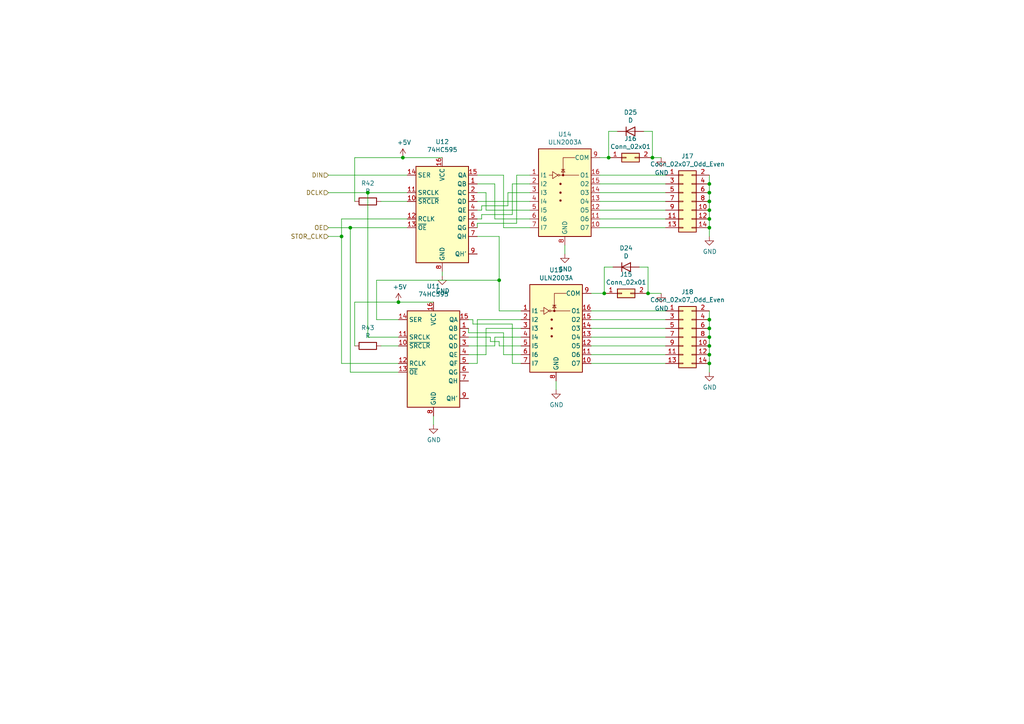
<source format=kicad_sch>
(kicad_sch (version 20230121) (generator eeschema)
  (paper "A4")
  (lib_symbols
    (symbol "74xx:74HC595"
      (property "Reference" "U" (at -7.62 13.97 0))
      (property "Value" "74HC595" (at -7.62 -16.51 0))
      (symbol "74HC595_1_0"
        (pin tri_state line (at 10.16 7.62 180) (length 2.54) (name "QB") (number "1"))
        (pin input line (at -10.16 2.54 0) (length 2.54) (name "~{SRCLR}") (number "10"))
        (pin input line (at -10.16 5.08 0) (length 2.54) (name "SRCLK") (number "11"))
        (pin input line (at -10.16 -2.54 0) (length 2.54) (name "RCLK") (number "12"))
        (pin input line (at -10.16 -5.08 0) (length 2.54) (name "~{OE}") (number "13"))
        (pin input line (at -10.16 10.16 0) (length 2.54) (name "SER") (number "14"))
        (pin tri_state line (at 10.16 10.16 180) (length 2.54) (name "QA") (number "15"))
        (pin power_in line (at 0 15.24 270) (length 2.54) (name "VCC") (number "16"))
        (pin tri_state line (at 10.16 5.08 180) (length 2.54) (name "QC") (number "2"))
        (pin tri_state line (at 10.16 2.54 180) (length 2.54) (name "QD") (number "3"))
        (pin tri_state line (at 10.16 0 180) (length 2.54) (name "QE") (number "4"))
        (pin tri_state line (at 10.16 -2.54 180) (length 2.54) (name "QF") (number "5"))
        (pin tri_state line (at 10.16 -5.08 180) (length 2.54) (name "QG") (number "6"))
        (pin tri_state line (at 10.16 -7.62 180) (length 2.54) (name "QH") (number "7"))
        (pin power_in line (at 0 -17.78 90) (length 2.54) (name "GND") (number "8"))
        (pin output line (at 10.16 -12.7 180) (length 2.54) (name "QH'") (number "9"))
      )
      (symbol "74HC595_1_1"
        (rectangle (start -7.62 12.7) (end 7.62 -15.24) (stroke (width 0.254)) (fill (type background)))
      )
    )
    (symbol "Connector_Generic:Conn_02x01" (pin_names (offset 1.016) hide)
      (property "Reference" "J" (at 1.27 2.54 0))
      (property "Value" "Conn_02x01" (at 1.27 -2.54 0))
      (symbol "Conn_02x01_1_1"
        (rectangle (start -1.27 0.127) (end 0 -0.127) (stroke (width 0.1524)))
        (rectangle (start -1.27 1.27) (end 3.81 -1.27) (stroke (width 0.254)) (fill (type background)))
        (rectangle (start 3.81 0.127) (end 2.54 -0.127) (stroke (width 0.1524)))
        (pin passive line (at -5.08 0 0) (length 3.81) (name "Pin_1") (number "1"))
        (pin passive line (at 7.62 0 180) (length 3.81) (name "Pin_2") (number "2"))
      )
    )
    (symbol "Connector_Generic:Conn_02x07_Odd_Even" (pin_names (offset 1.016) hide)
      (property "Reference" "J" (at 1.27 10.16 0))
      (property "Value" "Conn_02x07_Odd_Even" (at 1.27 -10.16 0))
      (symbol "Conn_02x07_Odd_Even_1_1"
        (rectangle (start -1.27 -7.493) (end 0 -7.747) (stroke (width 0.1524)))
        (rectangle (start -1.27 -4.953) (end 0 -5.207) (stroke (width 0.1524)))
        (rectangle (start -1.27 -2.413) (end 0 -2.667) (stroke (width 0.1524)))
        (rectangle (start -1.27 0.127) (end 0 -0.127) (stroke (width 0.1524)))
        (rectangle (start -1.27 2.667) (end 0 2.413) (stroke (width 0.1524)))
        (rectangle (start -1.27 5.207) (end 0 4.953) (stroke (width 0.1524)))
        (rectangle (start -1.27 7.747) (end 0 7.493) (stroke (width 0.1524)))
        (rectangle (start -1.27 8.89) (end 3.81 -8.89) (stroke (width 0.254)) (fill (type background)))
        (rectangle (start 3.81 -7.493) (end 2.54 -7.747) (stroke (width 0.1524)))
        (rectangle (start 3.81 -4.953) (end 2.54 -5.207) (stroke (width 0.1524)))
        (rectangle (start 3.81 -2.413) (end 2.54 -2.667) (stroke (width 0.1524)))
        (rectangle (start 3.81 0.127) (end 2.54 -0.127) (stroke (width 0.1524)))
        (rectangle (start 3.81 2.667) (end 2.54 2.413) (stroke (width 0.1524)))
        (rectangle (start 3.81 5.207) (end 2.54 4.953) (stroke (width 0.1524)))
        (rectangle (start 3.81 7.747) (end 2.54 7.493) (stroke (width 0.1524)))
        (pin passive line (at -5.08 7.62 0) (length 3.81) (name "Pin_1") (number "1"))
        (pin passive line (at 7.62 -2.54 180) (length 3.81) (name "Pin_10") (number "10"))
        (pin passive line (at -5.08 -5.08 0) (length 3.81) (name "Pin_11") (number "11"))
        (pin passive line (at 7.62 -5.08 180) (length 3.81) (name "Pin_12") (number "12"))
        (pin passive line (at -5.08 -7.62 0) (length 3.81) (name "Pin_13") (number "13"))
        (pin passive line (at 7.62 -7.62 180) (length 3.81) (name "Pin_14") (number "14"))
        (pin passive line (at 7.62 7.62 180) (length 3.81) (name "Pin_2") (number "2"))
        (pin passive line (at -5.08 5.08 0) (length 3.81) (name "Pin_3") (number "3"))
        (pin passive line (at 7.62 5.08 180) (length 3.81) (name "Pin_4") (number "4"))
        (pin passive line (at -5.08 2.54 0) (length 3.81) (name "Pin_5") (number "5"))
        (pin passive line (at 7.62 2.54 180) (length 3.81) (name "Pin_6") (number "6"))
        (pin passive line (at -5.08 0 0) (length 3.81) (name "Pin_7") (number "7"))
        (pin passive line (at 7.62 0 180) (length 3.81) (name "Pin_8") (number "8"))
        (pin passive line (at -5.08 -2.54 0) (length 3.81) (name "Pin_9") (number "9"))
      )
    )
    (symbol "Device:D" (pin_numbers hide) (pin_names (offset 1.016) hide)
      (property "Reference" "D" (at 0 2.54 0))
      (property "Value" "D" (at 0 -2.54 0))
      (symbol "D_0_1"
        (polyline (pts (xy -1.27 1.27) (xy -1.27 -1.27)) (stroke (width 0.254)))
        (polyline (pts (xy 1.27 0) (xy -1.27 0)))
        (polyline (pts (xy 1.27 1.27) (xy 1.27 -1.27) (xy -1.27 0) (xy 1.27 1.27)) (stroke (width 0.254)))
      )
      (symbol "D_1_1"
        (pin passive line (at -3.81 0 0) (length 2.54) (name "K") (number "1"))
        (pin passive line (at 3.81 0 180) (length 2.54) (name "A") (number "2"))
      )
    )
    (symbol "Device:R" (pin_numbers hide) (pin_names (offset 0))
      (property "Reference" "R" (at 2.032 0 90))
      (property "Value" "R" (at 0 0 90))
      (symbol "R_0_1"
        (rectangle (start -1.016 -2.54) (end 1.016 2.54) (stroke (width 0.254)))
      )
      (symbol "R_1_1"
        (pin passive line (at 0 3.81 270) (length 1.27) (name "~") (number "1"))
        (pin passive line (at 0 -3.81 90) (length 1.27) (name "~") (number "2"))
      )
    )
    (symbol "Transistor_Array:ULN2003A"
      (property "Reference" "U" (at 0 15.875 0))
      (property "Value" "ULN2003A" (at 0 13.97 0))
      (symbol "ULN2003A_0_1"
        (rectangle (start -7.62 -12.7) (end 7.62 12.7) (stroke (width 0.254)) (fill (type background)))
        (circle (center -1.778 5.08) (radius 0.254))
        (circle (center -1.27 -2.286) (radius 0.254) (fill (type outline)))
        (circle (center -1.27 0) (radius 0.254) (fill (type outline)))
        (circle (center -1.27 2.54) (radius 0.254) (fill (type outline)))
        (circle (center -0.508 5.08) (radius 0.254) (fill (type outline)))
        (polyline (pts (xy -4.572 5.08) (xy -3.556 5.08)))
        (polyline (pts (xy -1.524 5.08) (xy 4.064 5.08)))
        (polyline (pts (xy 0 6.731) (xy -1.016 6.731)))
        (polyline (pts (xy -0.508 5.08) (xy -0.508 10.16) (xy 2.921 10.16)))
        (polyline (pts (xy -3.556 6.096) (xy -3.556 4.064) (xy -2.032 5.08) (xy -3.556 6.096)))
        (polyline (pts (xy 0 5.969) (xy -1.016 5.969) (xy -0.508 6.731) (xy 0 5.969)))
      )
      (symbol "ULN2003A_1_1"
        (pin input line (at -10.16 5.08 0) (length 2.54) (name "I1") (number "1"))
        (pin open_collector line (at 10.16 -10.16 180) (length 2.54) (name "O7") (number "10"))
        (pin open_collector line (at 10.16 -7.62 180) (length 2.54) (name "O6") (number "11"))
        (pin open_collector line (at 10.16 -5.08 180) (length 2.54) (name "O5") (number "12"))
        (pin open_collector line (at 10.16 -2.54 180) (length 2.54) (name "O4") (number "13"))
        (pin open_collector line (at 10.16 0 180) (length 2.54) (name "O3") (number "14"))
        (pin open_collector line (at 10.16 2.54 180) (length 2.54) (name "O2") (number "15"))
        (pin open_collector line (at 10.16 5.08 180) (length 2.54) (name "O1") (number "16"))
        (pin input line (at -10.16 2.54 0) (length 2.54) (name "I2") (number "2"))
        (pin input line (at -10.16 0 0) (length 2.54) (name "I3") (number "3"))
        (pin input line (at -10.16 -2.54 0) (length 2.54) (name "I4") (number "4"))
        (pin input line (at -10.16 -5.08 0) (length 2.54) (name "I5") (number "5"))
        (pin input line (at -10.16 -7.62 0) (length 2.54) (name "I6") (number "6"))
        (pin input line (at -10.16 -10.16 0) (length 2.54) (name "I7") (number "7"))
        (pin power_in line (at 0 -15.24 90) (length 2.54) (name "GND") (number "8"))
        (pin passive line (at 10.16 10.16 180) (length 2.54) (name "COM") (number "9"))
      )
    )
    (symbol "power:+5V" (power) (pin_names (offset 0))
      (property "Value" "+5V" (at 0 3.556 0))
      (symbol "+5V_0_1"
        (polyline (pts (xy -0.762 1.27) (xy 0 2.54)))
        (polyline (pts (xy 0 0) (xy 0 2.54)))
        (polyline (pts (xy 0 2.54) (xy 0.762 1.27)))
      )
      (symbol "+5V_1_1"
        (pin power_in line (at 0 0 90) (length 0) hide (name "+5V") (number "1"))
      )
    )
    (symbol "power:GND" (power) (pin_names (offset 0))
      (property "Value" "GND" (at 0 -3.81 0))
      (symbol "GND_0_1"
        (polyline (pts (xy 0 0) (xy 0 -1.27) (xy 1.27 -1.27) (xy 0 -2.54) (xy -1.27 -1.27) (xy 0 -1.27)))
      )
      (symbol "GND_1_1"
        (pin power_in line (at 0 0 270) (length 0) hide (name "GND") (number "1"))
      )
    )
  )
  (junction (at 205.74 102.87))
  (junction (at 99.06 68.58))
  (junction (at 205.74 60.96))
  (junction (at 106.68 55.88))
  (junction (at 205.74 100.33))
  (junction (at 189.23 45.72))
  (junction (at 205.74 95.25))
  (junction (at 205.74 55.88))
  (junction (at 205.74 105.41))
  (junction (at 205.74 58.42))
  (junction (at 175.26 85.09))
  (junction (at 187.96 85.09))
  (junction (at 205.74 97.79))
  (junction (at 101.6 66.04))
  (junction (at 176.53 45.72))
  (junction (at 205.74 53.34))
  (junction (at 205.74 92.71))
  (junction (at 144.78 81.28))
  (junction (at 205.74 66.04))
  (junction (at 115.57 87.63))
  (junction (at 205.74 63.5))
  (junction (at 116.84 45.72))
  (wire (pts (xy 137.16 92.71) (xy 137.16 93.98)))
  (wire (pts (xy 205.74 97.79) (xy 205.74 100.33)))
  (wire (pts (xy 205.74 53.34) (xy 205.74 55.88)))
  (wire (pts (xy 175.26 85.09) (xy 175.26 77.47)))
  (wire (pts (xy 118.11 58.42) (xy 110.49 58.42)))
  (wire (pts (xy 193.04 95.25) (xy 171.45 95.25)))
  (wire (pts (xy 138.43 58.42) (xy 153.67 58.42)))
  (wire (pts (xy 140.97 95.25) (xy 151.13 95.25)))
  (wire (pts (xy 140.97 102.87) (xy 140.97 95.25)))
  (wire (pts (xy 205.74 100.33) (xy 205.74 102.87)))
  (wire (pts (xy 140.97 60.96) (xy 153.67 60.96)))
  (wire (pts (xy 109.22 92.71) (xy 115.57 92.71)))
  (wire (pts (xy 144.78 99.06) (xy 144.78 100.33)))
  (wire (pts (xy 161.29 110.49) (xy 161.29 113.03)))
  (wire (pts (xy 138.43 92.71) (xy 151.13 92.71)))
  (wire (pts (xy 139.7 62.23) (xy 148.59 62.23)))
  (wire (pts (xy 176.53 45.72) (xy 173.99 45.72)))
  (wire (pts (xy 193.04 100.33) (xy 171.45 100.33)))
  (wire (pts (xy 189.23 38.1) (xy 186.69 38.1)))
  (wire (pts (xy 101.6 107.95) (xy 115.57 107.95)))
  (wire (pts (xy 138.43 60.96) (xy 139.7 60.96)))
  (wire (pts (xy 143.51 63.5) (xy 153.67 63.5)))
  (wire (pts (xy 106.68 97.79) (xy 106.68 55.88)))
  (wire (pts (xy 193.04 60.96) (xy 173.99 60.96)))
  (wire (pts (xy 99.06 68.58) (xy 95.25 68.58)))
  (wire (pts (xy 205.74 55.88) (xy 205.74 58.42)))
  (wire (pts (xy 171.45 85.09) (xy 175.26 85.09)))
  (wire (pts (xy 147.32 59.69) (xy 147.32 55.88)))
  (wire (pts (xy 139.7 59.69) (xy 147.32 59.69)))
  (wire (pts (xy 193.04 53.34) (xy 173.99 53.34)))
  (wire (pts (xy 144.78 100.33) (xy 151.13 100.33)))
  (wire (pts (xy 191.77 45.72) (xy 189.23 45.72)))
  (wire (pts (xy 102.87 87.63) (xy 115.57 87.63)))
  (wire (pts (xy 137.16 93.98) (xy 148.59 93.98)))
  (wire (pts (xy 148.59 105.41) (xy 151.13 105.41)))
  (wire (pts (xy 146.05 96.52) (xy 146.05 102.87)))
  (wire (pts (xy 116.84 45.72) (xy 128.27 45.72)))
  (wire (pts (xy 125.73 120.65) (xy 125.73 123.19)))
  (wire (pts (xy 146.05 50.8) (xy 146.05 66.04)))
  (wire (pts (xy 99.06 68.58) (xy 99.06 105.41)))
  (wire (pts (xy 138.43 55.88) (xy 140.97 55.88)))
  (wire (pts (xy 193.04 50.8) (xy 173.99 50.8)))
  (wire (pts (xy 205.74 90.17) (xy 205.74 92.71)))
  (wire (pts (xy 115.57 100.33) (xy 110.49 100.33)))
  (wire (pts (xy 205.74 50.8) (xy 205.74 53.34)))
  (wire (pts (xy 143.51 100.33) (xy 143.51 97.79)))
  (wire (pts (xy 193.04 102.87) (xy 171.45 102.87)))
  (wire (pts (xy 139.7 63.5) (xy 139.7 62.23)))
  (wire (pts (xy 135.89 92.71) (xy 137.16 92.71)))
  (wire (pts (xy 176.53 38.1) (xy 179.07 38.1)))
  (wire (pts (xy 205.74 66.04) (xy 205.74 68.58)))
  (wire (pts (xy 144.78 81.28) (xy 109.22 81.28)))
  (wire (pts (xy 106.68 55.88) (xy 118.11 55.88)))
  (wire (pts (xy 144.78 90.17) (xy 151.13 90.17)))
  (wire (pts (xy 193.04 105.41) (xy 171.45 105.41)))
  (wire (pts (xy 138.43 64.77) (xy 149.86 64.77)))
  (wire (pts (xy 146.05 102.87) (xy 151.13 102.87)))
  (wire (pts (xy 205.74 63.5) (xy 205.74 66.04)))
  (wire (pts (xy 187.96 77.47) (xy 185.42 77.47)))
  (wire (pts (xy 149.86 50.8) (xy 153.67 50.8)))
  (wire (pts (xy 135.89 95.25) (xy 135.89 96.52)))
  (wire (pts (xy 149.86 64.77) (xy 149.86 50.8)))
  (wire (pts (xy 175.26 77.47) (xy 177.8 77.47)))
  (wire (pts (xy 102.87 45.72) (xy 116.84 45.72)))
  (wire (pts (xy 205.74 58.42) (xy 205.74 60.96)))
  (wire (pts (xy 163.83 71.12) (xy 163.83 73.66)))
  (wire (pts (xy 138.43 53.34) (xy 143.51 53.34)))
  (wire (pts (xy 193.04 66.04) (xy 173.99 66.04)))
  (wire (pts (xy 101.6 66.04) (xy 95.25 66.04)))
  (wire (pts (xy 143.51 97.79) (xy 151.13 97.79)))
  (wire (pts (xy 187.96 85.09) (xy 191.77 85.09)))
  (wire (pts (xy 118.11 63.5) (xy 99.06 63.5)))
  (wire (pts (xy 147.32 55.88) (xy 153.67 55.88)))
  (wire (pts (xy 109.22 81.28) (xy 109.22 92.71)))
  (wire (pts (xy 193.04 97.79) (xy 171.45 97.79)))
  (wire (pts (xy 144.78 68.58) (xy 144.78 81.28)))
  (wire (pts (xy 142.24 97.79) (xy 142.24 99.06)))
  (wire (pts (xy 146.05 66.04) (xy 153.67 66.04)))
  (wire (pts (xy 142.24 99.06) (xy 144.78 99.06)))
  (wire (pts (xy 135.89 100.33) (xy 143.51 100.33)))
  (wire (pts (xy 176.53 45.72) (xy 176.53 38.1)))
  (wire (pts (xy 140.97 55.88) (xy 140.97 60.96)))
  (wire (pts (xy 148.59 93.98) (xy 148.59 105.41)))
  (wire (pts (xy 115.57 87.63) (xy 125.73 87.63)))
  (wire (pts (xy 205.74 105.41) (xy 205.74 107.95)))
  (wire (pts (xy 106.68 55.88) (xy 95.25 55.88)))
  (wire (pts (xy 205.74 60.96) (xy 205.74 63.5)))
  (wire (pts (xy 135.89 97.79) (xy 142.24 97.79)))
  (wire (pts (xy 118.11 50.8) (xy 95.25 50.8)))
  (wire (pts (xy 148.59 62.23) (xy 148.59 53.34)))
  (wire (pts (xy 138.43 66.04) (xy 138.43 64.77)))
  (wire (pts (xy 189.23 45.72) (xy 189.23 38.1)))
  (wire (pts (xy 187.96 85.09) (xy 187.96 77.47)))
  (wire (pts (xy 193.04 92.71) (xy 171.45 92.71)))
  (wire (pts (xy 102.87 100.33) (xy 102.87 87.63)))
  (wire (pts (xy 101.6 66.04) (xy 101.6 107.95)))
  (wire (pts (xy 115.57 97.79) (xy 106.68 97.79)))
  (wire (pts (xy 99.06 63.5) (xy 99.06 68.58)))
  (wire (pts (xy 193.04 55.88) (xy 173.99 55.88)))
  (wire (pts (xy 128.27 78.74) (xy 128.27 80.01)))
  (wire (pts (xy 205.74 92.71) (xy 205.74 95.25)))
  (wire (pts (xy 148.59 53.34) (xy 153.67 53.34)))
  (wire (pts (xy 135.89 102.87) (xy 140.97 102.87)))
  (wire (pts (xy 99.06 105.41) (xy 115.57 105.41)))
  (wire (pts (xy 139.7 60.96) (xy 139.7 59.69)))
  (wire (pts (xy 118.11 66.04) (xy 101.6 66.04)))
  (wire (pts (xy 205.74 95.25) (xy 205.74 97.79)))
  (wire (pts (xy 138.43 63.5) (xy 139.7 63.5)))
  (wire (pts (xy 138.43 68.58) (xy 144.78 68.58)))
  (wire (pts (xy 138.43 50.8) (xy 146.05 50.8)))
  (wire (pts (xy 193.04 63.5) (xy 173.99 63.5)))
  (wire (pts (xy 193.04 90.17) (xy 171.45 90.17)))
  (wire (pts (xy 135.89 96.52) (xy 146.05 96.52)))
  (wire (pts (xy 193.04 58.42) (xy 173.99 58.42)))
  (wire (pts (xy 205.74 102.87) (xy 205.74 105.41)))
  (wire (pts (xy 102.87 58.42) (xy 102.87 45.72)))
  (wire (pts (xy 144.78 81.28) (xy 144.78 90.17)))
  (wire (pts (xy 138.43 105.41) (xy 138.43 92.71)))
  (wire (pts (xy 143.51 53.34) (xy 143.51 63.5)))
  (wire (pts (xy 135.89 105.41) (xy 138.43 105.41)))
  (hierarchical_label "DIN" (shape input) (at 95.25 50.8 180))
  (hierarchical_label "OE" (shape input) (at 95.25 66.04 180))
  (hierarchical_label "DCLK" (shape input) (at 95.25 55.88 180))
  (hierarchical_label "STOR_CLK" (shape input) (at 95.25 68.58 180))
  (symbol (lib_id "74xx:74HC595") (at 128.27 60.96 0) (unit 1)
    (property "Reference" "U12" (at 128.27 41.1226 0))
    (property "Value" "74HC595" (at 128.27 43.434 0))
    (property "Footprint" "Package_SO:TSSOP-16_4.4x5mm_P0.65mm" (effects hide))
    (property "Datasheet" "http://www.ti.com/lit/ds/symlink/sn74hc595.pdf" (effects hide))
    (instances (project "yigController" (path "" (reference "U12") (unit 1)) (path "" (reference "U?") (unit 1))))
  )
  (symbol (lib_id "Transistor_Array:ULN2003A") (at 163.83 55.88 0) (unit 1)
    (property "Reference" "U14" (at 163.83 38.9382 0))
    (property "Value" "ULN2003A" (at 163.83 41.2496 0))
    (property "Footprint" "Package_SO:SOIC-16_3.9x9.9mm_P1.27mm" (effects hide))
    (property "Datasheet" "http://www.ti.com/lit/ds/symlink/uln2003a.pdf" (effects hide))
  )
  (symbol (lib_id "74xx:74HC595") (at 125.73 102.87 0) (unit 1)
    (property "Reference" "U11" (at 125.73 83.0326 0))
    (property "Value" "74HC595" (at 125.73 85.344 0))
    (property "Footprint" "Package_SO:TSSOP-16_4.4x5mm_P0.65mm" (effects hide))
    (property "Datasheet" "http://www.ti.com/lit/ds/symlink/sn74hc595.pdf" (effects hide))
    (instances (project "yigController" (path "" (reference "U11") (unit 1)) (path "" (reference "U?") (unit 1))))
  )
  (symbol (lib_id "Transistor_Array:ULN2003A") (at 161.29 95.25 0) (unit 1)
    (property "Reference" "U13" (at 161.29 78.3082 0))
    (property "Value" "ULN2003A" (at 161.29 80.6196 0))
    (property "Footprint" "Package_SO:SOIC-16_3.9x9.9mm_P1.27mm" (effects hide))
    (property "Datasheet" "http://www.ti.com/lit/ds/symlink/uln2003a.pdf" (effects hide))
  )
  (symbol (lib_id "power:GND") (at 161.29 113.03 0) (unit 1)
    (property "Reference" "#PWR0163" (effects hide))
    (property "Value" "GND" (at 161.417 117.4242 0))
  )
  (symbol (lib_id "Device:R") (at 106.68 58.42 270) (unit 1)
    (property "Reference" "R42" (at 106.68 53.1622 90))
    (property "Value" "R" (at 106.68 55.4736 90))
    (property "Footprint" "Resistor_SMD:R_1206_3216Metric" (effects hide))
  )
  (symbol (lib_id "Device:R") (at 106.68 100.33 270) (unit 1)
    (property "Reference" "R43" (at 106.68 95.0722 90))
    (property "Value" "R" (at 106.68 97.3836 90))
    (property "Footprint" "Resistor_SMD:R_1206_3216Metric" (effects hide))
  )
  (symbol (lib_id "Connector_Generic:Conn_02x07_Odd_Even") (at 198.12 58.42 0) (unit 1)
    (property "Reference" "J17" (at 199.39 45.2882 0))
    (property "Value" "Conn_02x07_Odd_Even" (at 199.39 47.5996 0))
    (property "Footprint" "Connector_PinHeader_2.54mm:PinHeader_2x07_P2.54mm_Vertical" (effects hide))
  )
  (symbol (lib_id "Connector_Generic:Conn_02x07_Odd_Even") (at 198.12 97.79 0) (unit 1)
    (property "Reference" "J18" (at 199.39 84.6582 0))
    (property "Value" "Conn_02x07_Odd_Even" (at 199.39 86.9696 0))
    (property "Footprint" "Connector_PinHeader_2.54mm:PinHeader_2x07_P2.54mm_Vertical" (effects hide))
  )
  (symbol (lib_id "Connector_Generic:Conn_02x01") (at 180.34 85.09 0) (unit 1)
    (property "Reference" "J15" (at 181.61 79.5782 0))
    (property "Value" "Conn_02x01" (at 181.61 81.8896 0))
    (property "Footprint" "Connector_PinHeader_2.54mm:PinHeader_1x02_P2.54mm_Vertical" (effects hide))
  )
  (symbol (lib_id "Connector_Generic:Conn_02x01") (at 181.61 45.72 0) (unit 1)
    (property "Reference" "J16" (at 182.88 40.2082 0))
    (property "Value" "Conn_02x01" (at 182.88 42.5196 0))
    (property "Footprint" "Connector_PinHeader_2.54mm:PinHeader_1x02_P2.54mm_Vertical" (effects hide))
  )
  (symbol (lib_id "power:GND") (at 191.77 45.72 0) (unit 1)
    (property "Reference" "#PWR0164" (effects hide))
    (property "Value" "GND" (at 191.897 50.1142 0))
  )
  (symbol (lib_id "power:GND") (at 191.77 85.09 0) (unit 1)
    (property "Reference" "#PWR0165" (effects hide))
    (property "Value" "GND" (at 191.897 89.4842 0))
  )
  (symbol (lib_id "power:GND") (at 163.83 73.66 0) (unit 1)
    (property "Reference" "#PWR0166" (effects hide))
    (property "Value" "GND" (at 163.957 78.0542 0))
  )
  (symbol (lib_id "power:GND") (at 125.73 123.19 0) (unit 1)
    (property "Reference" "#PWR0167" (effects hide))
    (property "Value" "GND" (at 125.857 127.5842 0))
  )
  (symbol (lib_id "power:GND") (at 128.27 80.01 0) (unit 1)
    (property "Reference" "#PWR0168" (effects hide))
    (property "Value" "GND" (at 128.397 84.4042 0))
  )
  (symbol (lib_id "power:+5V") (at 116.84 45.72 0) (unit 1)
    (property "Reference" "#PWR0169" (effects hide))
    (property "Value" "+5V" (at 117.221 41.3258 0))
  )
  (symbol (lib_id "power:+5V") (at 115.57 87.63 0) (unit 1)
    (property "Reference" "#PWR0170" (effects hide))
    (property "Value" "+5V" (at 115.951 83.2358 0))
  )
  (symbol (lib_id "power:GND") (at 205.74 68.58 0) (unit 1)
    (property "Reference" "#PWR0171" (effects hide))
    (property "Value" "GND" (at 205.867 72.9742 0))
  )
  (symbol (lib_id "power:GND") (at 205.74 107.95 0) (unit 1)
    (property "Reference" "#PWR0172" (effects hide))
    (property "Value" "GND" (at 205.867 112.3442 0))
  )
  (symbol (lib_id "Device:D") (at 181.61 77.47 0) (unit 1)
    (property "Reference" "D24" (at 181.61 71.9582 0))
    (property "Value" "D" (at 181.61 74.2696 0))
    (property "Footprint" "Diode_SMD:D_2010_5025Metric" (effects hide))
  )
  (symbol (lib_id "Device:D") (at 182.88 38.1 0) (unit 1)
    (property "Reference" "D25" (at 182.88 32.5882 0))
    (property "Value" "D" (at 182.88 34.8996 0))
    (property "Footprint" "Diode_SMD:D_2010_5025Metric" (effects hide))
  )
)
</source>
